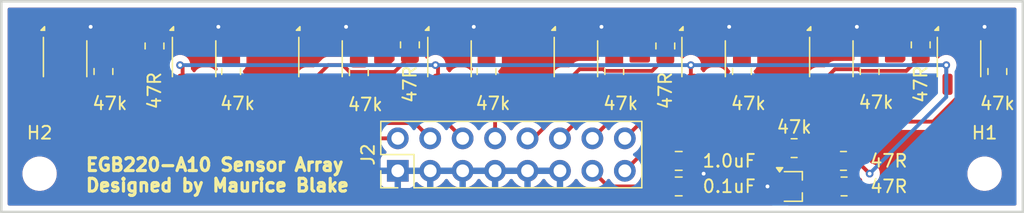
<source format=kicad_pcb>
(kicad_pcb (version 20240108) (generator "pcbnew") (generator_version "8.0")
  (layers (0 "F.Cu" signal) (31 "B.Cu" signal) (34 "B.Paste" user) (35 "F.Paste" user) (36 "B.SilkS" user "B.Silkscreen") (37 "F.SilkS" user "F.Silkscreen") (38 "B.Mask" user) (39 "F.Mask" user) (44 "Edge.Cuts" user))
  (net 0 "")
  (net 1 "GND")
  (net 2 "VCC")
  (net 3 "/S4")
  (net 4 "/S6")
  (net 5 "/SENSOR_LED")
  (net 6 "/S3")
  (net 7 "/S7")
  (net 8 "/S8")
  (net 9 "/S2")
  (net 10 "/S1")
  (net 11 "/S5")
  (net 12 "Net-(Q1-D)")
  (net 13 "Net-(U2-A)")
  (net 14 "Net-(U1-K)")
  (net 15 "Net-(U8-A)")
  (net 16 "Net-(U6-A)")
  (net 17 "Net-(U3-K)")
  (net 18 "Net-(U7-K)")
  (net 19 "Net-(U10-A)")
  (net 20 "Net-(U9-K)")
  (net 21 "Net-(U10-K)")
  (footprint "Resistor_SMD:R_0805_2012Metric" (layer "F.Cu") (at 152 85 90)
    (property "Reference" "R3" (hide yes))
    (property "Value" "47R" (at -3.5 0 90) (layer "F.SilkS"))
    (fp_line (start -0.227064 -0.735) (end 0.227064 -0.735) (stroke (width 0.12)) (layer "F.SilkS"))
    (fp_line (start -0.227064 0.735) (end 0.227064 0.735) (stroke (width 0.12)) (layer "F.SilkS"))
    (pad "1" smd roundrect (at -0.9125 0 90) (size 1.025 1.4) (layers "F.Cu" "F.Paste" "F.Mask") (roundrect_rratio 0.243902) (net 18 "Net-(U7-K)"))
    (pad "2" smd roundrect (at 0.9125 0 90) (size 1.025 1.4) (layers "F.Cu" "F.Paste" "F.Mask") (roundrect_rratio 0.243902) (net 15 "Net-(U8-A)"))
  )
  (footprint "MountingHole:MountingHole_2.2mm_M2" (layer "F.Cu") (at 177 95)
    (property "Reference" "H1" (at 0 -3.2 0) (layer "F.SilkS"))
    (property "Value" "MountingHole" (hide yes))
    (pad "" np_thru_hole circle (at 0 0) (size 2.2 2.2) (drill 2.2) (layers "*.Cu" "*.Mask"))
  )
  (footprint "Resistor_SMD:R_0805_2012Metric" (layer "F.Cu") (at 178 87 -90)
    (property "Reference" "R6" (hide yes))
    (property "Value" "47k" (at 2.5 0 180) (layer "F.SilkS"))
    (fp_line (start -0.227064 0.735) (end 0.227064 0.735) (stroke (width 0.12)) (layer "F.SilkS"))
    (fp_line (start -0.227064 -0.735) (end 0.227064 -0.735) (stroke (width 0.12)) (layer "F.SilkS"))
    (pad "1" smd roundrect (at -0.9125 0 270) (size 1.025 1.4) (layers "F.Cu" "F.Paste" "F.Mask") (roundrect_rratio 0.243902) (net 2 "VCC"))
    (pad "2" smd roundrect (at 0.9125 0 270) (size 1.025 1.4) (layers "F.Cu" "F.Paste" "F.Mask") (roundrect_rratio 0.243902) (net 8 "/S8"))
  )
  (footprint "OptoDevice:OnSemi_CASE100CY" (layer "F.Cu") (at 145 86)
    (property "Reference" "U7" (hide yes))
    (property "Value" "QRE1113GR" (hide yes))
    (fp_line (start -1.7 1.4) (end -1.7 -1.67) (stroke (width 0.12)) (layer "F.SilkS"))
    (fp_line (start 1.7 1.4) (end 1.7 -1.4) (stroke (width 0.12)) (layer "F.SilkS"))
    (fp_poly (pts (xy -1.61 -2.23) (xy -1.89 -2.23) (xy -1.61 -2.51) (xy -1.61 -2.23)) (stroke (width 0.12)) (fill solid) (layer "F.SilkS"))
    (pad "1" smd roundrect (at -0.9 -2) (size 0.79 1.66) (layers "F.Cu" "F.Paste" "F.Mask") (net 2 "VCC"))
    (pad "2" smd roundrect (at -0.9 2) (size 0.79 1.66) (layers "F.Cu" "F.Paste" "F.Mask") (net 18 "Net-(U7-K)"))
    (pad "3" smd roundrect (at 0.9 2) (size 0.79 1.66) (layers "F.Cu" "F.Paste" "F.Mask") (net 11 "/S5"))
    (pad "4" smd roundrect (at 0.9 -2) (size 0.79 1.66) (layers "F.Cu" "F.Paste" "F.Mask") (net 1 "GND"))
  )
  (footprint "Resistor_SMD:R_0805_2012Metric" (layer "F.Cu") (at 162.0875 93 180)
    (property "Reference" "R5" (hide yes))
    (property "Value" "47k" (at 0 1.65 0) (layer "F.SilkS"))
    (fp_line (start -0.227064 0.735) (end 0.227064 0.735) (stroke (width 0.12)) (layer "F.SilkS"))
    (fp_line (start -0.227064 -0.735) (end 0.227064 -0.735) (stroke (width 0.12)) (layer "F.SilkS"))
    (pad "1" smd roundrect (at -0.9125 0 180) (size 1.025 1.4) (layers "F.Cu" "F.Paste" "F.Mask") (roundrect_rratio 0.243902) (net 2 "VCC"))
    (pad "2" smd roundrect (at 0.9125 0 180) (size 1.025 1.4) (layers "F.Cu" "F.Paste" "F.Mask") (roundrect_rratio 0.243902) (net 5 "/SENSOR_LED"))
  )
  (footprint "Resistor_SMD:R_0805_2012Metric" (layer "F.Cu") (at 112 85 90)
    (property "Reference" "R1" (hide yes))
    (property "Value" "47R" (at -3.5 0 90) (layer "F.SilkS"))
    (fp_line (start -0.227064 -0.735) (end 0.227064 -0.735) (stroke (width 0.12)) (layer "F.SilkS"))
    (fp_line (start -0.227064 0.735) (end 0.227064 0.735) (stroke (width 0.12)) (layer "F.SilkS"))
    (pad "1" smd roundrect (at -0.9125 0 90) (size 1.025 1.4) (layers "F.Cu" "F.Paste" "F.Mask") (roundrect_rratio 0.243902) (net 14 "Net-(U1-K)"))
    (pad "2" smd roundrect (at 0.9125 0 90) (size 1.025 1.4) (layers "F.Cu" "F.Paste" "F.Mask") (roundrect_rratio 0.243902) (net 13 "Net-(U2-A)"))
  )
  (footprint "OptoDevice:OnSemi_CASE100CY" (layer "F.Cu") (at 125 86)
    (property "Reference" "U3" (hide yes))
    (property "Value" "QRE1113GR" (hide yes))
    (fp_line (start -1.7 1.4) (end -1.7 -1.67) (stroke (width 0.12)) (layer "F.SilkS"))
    (fp_line (start 1.7 1.4) (end 1.7 -1.4) (stroke (width 0.12)) (layer "F.SilkS"))
    (fp_poly (pts (xy -1.61 -2.23) (xy -1.89 -2.23) (xy -1.61 -2.51) (xy -1.61 -2.23)) (stroke (width 0.12)) (fill solid) (layer "F.SilkS"))
    (pad "1" smd roundrect (at -0.9 -2) (size 0.79 1.66) (layers "F.Cu" "F.Paste" "F.Mask") (net 2 "VCC"))
    (pad "2" smd roundrect (at -0.9 2) (size 0.79 1.66) (layers "F.Cu" "F.Paste" "F.Mask") (net 17 "Net-(U3-K)"))
    (pad "3" smd roundrect (at 0.9 2) (size 0.79 1.66) (layers "F.Cu" "F.Paste" "F.Mask") (net 6 "/S3"))
    (pad "4" smd roundrect (at 0.9 -2) (size 0.79 1.66) (layers "F.Cu" "F.Paste" "F.Mask") (net 1 "GND"))
  )
  (footprint "MountingHole:MountingHole_2.2mm_M2" (layer "F.Cu") (at 103 95)
    (property "Reference" "H2" (at 0 -3.2 0) (layer "F.SilkS"))
    (property "Value" "MountingHole" (hide yes))
    (pad "" np_thru_hole circle (at 0 0) (size 2.2 2.2) (drill 2.2) (layers "*.Cu" "*.Mask"))
  )
  (footprint "OptoDevice:OnSemi_CASE100CY" (layer "F.Cu") (at 115.1 86)
    (property "Reference" "U2" (hide yes))
    (property "Value" "QRE1113GR" (hide yes))
    (fp_line (start -1.7 1.4) (end -1.7 -1.67) (stroke (width 0.12)) (layer "F.SilkS"))
    (fp_line (start 1.7 1.4) (end 1.7 -1.4) (stroke (width 0.12)) (layer "F.SilkS"))
    (fp_poly (pts (xy -1.61 -2.23) (xy -1.89 -2.23) (xy -1.61 -2.51) (xy -1.61 -2.23)) (stroke (width 0.12)) (fill solid) (layer "F.SilkS"))
    (pad "1" smd roundrect (at -0.9 -2) (size 0.79 1.66) (layers "F.Cu" "F.Paste" "F.Mask") (net 13 "Net-(U2-A)"))
    (pad "2" smd roundrect (at -0.9 2) (size 0.79 1.66) (layers "F.Cu" "F.Paste" "F.Mask") (net 21 "Net-(U10-K)"))
    (pad "3" smd roundrect (at 0.9 2) (size 0.79 1.66) (layers "F.Cu" "F.Paste" "F.Mask") (net 9 "/S2"))
    (pad "4" smd roundrect (at 0.9 -2) (size 0.79 1.66) (layers "F.Cu" "F.Paste" "F.Mask") (net 1 "GND"))
  )
  (footprint "Capacitor_SMD:C_0805_2012Metric" (layer "F.Cu") (at 153.05 96 180)
    (property "Reference" "C1" (hide yes))
    (property "Value" "0.1uF" (at -3.95 0.01 0) (layer "F.SilkS"))
    (fp_line (start -0.261252 0.735) (end 0.261252 0.735) (stroke (width 0.12)) (layer "F.SilkS"))
    (fp_line (start -0.261252 -0.735) (end 0.261252 -0.735) (stroke (width 0.12)) (layer "F.SilkS"))
    (pad "1" smd roundrect (at -0.95 0 180) (size 1 1.45) (layers "F.Cu" "F.Paste" "F.Mask") (net 1 "GND"))
    (pad "2" smd roundrect (at 0.95 0 180) (size 1 1.45) (layers "F.Cu" "F.Paste" "F.Mask") (net 2 "VCC"))
  )
  (footprint "OptoDevice:OnSemi_CASE100CY" (layer "F.Cu") (at 105 86)
    (property "Reference" "U1" (hide yes))
    (property "Value" "QRE1113GR" (hide yes))
    (fp_line (start -1.7 1.4) (end -1.7 -1.67) (stroke (width 0.12)) (layer "F.SilkS"))
    (fp_line (start 1.7 1.4) (end 1.7 -1.4) (stroke (width 0.12)) (layer "F.SilkS"))
    (fp_poly (pts (xy -1.61 -2.23) (xy -1.89 -2.23) (xy -1.61 -2.51) (xy -1.61 -2.23)) (stroke (width 0.12)) (fill solid) (layer "F.SilkS"))
    (pad "1" smd roundrect (at -0.9 -2) (size 0.79 1.66) (layers "F.Cu" "F.Paste" "F.Mask") (net 2 "VCC"))
    (pad "2" smd roundrect (at -0.9 2) (size 0.79 1.66) (layers "F.Cu" "F.Paste" "F.Mask") (net 14 "Net-(U1-K)"))
    (pad "3" smd roundrect (at 0.9 2) (size 0.79 1.66) (layers "F.Cu" "F.Paste" "F.Mask") (net 10 "/S1"))
    (pad "4" smd roundrect (at 0.9 -2) (size 0.79 1.66) (layers "F.Cu" "F.Paste" "F.Mask") (net 1 "GND"))
  )
  (footprint "Capacitor_SMD:C_0805_2012Metric" (layer "F.Cu") (at 153.05 94 180)
    (property "Reference" "C2" (hide yes))
    (property "Value" "1.0uF" (at -3.95 0 0) (layer "F.SilkS"))
    (fp_line (start -0.261252 0.735) (end 0.261252 0.735) (stroke (width 0.12)) (layer "F.SilkS"))
    (fp_line (start -0.261252 -0.735) (end 0.261252 -0.735) (stroke (width 0.12)) (layer "F.SilkS"))
    (pad "1" smd roundrect (at -0.95 0 180) (size 1 1.45) (layers "F.Cu" "F.Paste" "F.Mask") (net 1 "GND"))
    (pad "2" smd roundrect (at 0.95 0 180) (size 1 1.45) (layers "F.Cu" "F.Paste" "F.Mask") (net 2 "VCC"))
  )
  (footprint "OptoDevice:OnSemi_CASE100CY" (layer "F.Cu") (at 175 86)
    (property "Reference" "U10" (hide yes))
    (property "Value" "QRE1113GR" (hide yes))
    (fp_line (start -1.7 1.4) (end -1.7 -1.67) (stroke (width 0.12)) (layer "F.SilkS"))
    (fp_line (start 1.7 1.4) (end 1.7 -1.4) (stroke (width 0.12)) (layer "F.SilkS"))
    (fp_poly (pts (xy -1.61 -2.23) (xy -1.89 -2.23) (xy -1.61 -2.51) (xy -1.61 -2.23)) (stroke (width 0.12)) (fill solid) (layer "F.SilkS"))
    (pad "1" smd roundrect (at -0.9 -2) (size 0.79 1.66) (layers "F.Cu" "F.Paste" "F.Mask") (net 19 "Net-(U10-A)"))
    (pad "2" smd roundrect (at -0.9 2) (size 0.79 1.66) (layers "F.Cu" "F.Paste" "F.Mask") (net 21 "Net-(U10-K)"))
    (pad "3" smd roundrect (at 0.9 2) (size 0.79 1.66) (layers "F.Cu" "F.Paste" "F.Mask") (net 8 "/S8"))
    (pad "4" smd roundrect (at 0.9 -2) (size 0.79 1.66) (layers "F.Cu" "F.Paste" "F.Mask") (net 1 "GND"))
  )
  (footprint "Resistor_SMD:R_0805_2012Metric" (layer "F.Cu") (at 172 84.9125 90)
    (property "Reference" "R4" (hide yes))
    (property "Value" "47R" (at -3.0875 0 90) (layer "F.SilkS"))
    (fp_line (start -0.227064 -0.735) (end 0.227064 -0.735) (stroke (width 0.12)) (layer "F.SilkS"))
    (fp_line (start -0.227064 0.735) (end 0.227064 0.735) (stroke (width 0.12)) (layer "F.SilkS"))
    (pad "1" smd roundrect (at -0.9125 0 90) (size 1.025 1.4) (layers "F.Cu" "F.Paste" "F.Mask") (roundrect_rratio 0.243902) (net 20 "Net-(U9-K)"))
    (pad "2" smd roundrect (at 0.9125 0 90) (size 1.025 1.4) (layers "F.Cu" "F.Paste" "F.Mask") (roundrect_rratio 0.243902) (net 19 "Net-(U10-A)"))
  )
  (footprint "Resistor_SMD:R_0805_2012Metric" (layer "F.Cu") (at 165.95 94 180)
    (property "Reference" "R15" (hide yes))
    (property "Value" "47R" (at -3.55 0 0) (layer "F.SilkS"))
    (fp_line (start -0.227064 0.735) (end 0.227064 0.735) (stroke (width 0.12)) (layer "F.SilkS"))
    (fp_line (start -0.227064 -0.735) (end 0.227064 -0.735) (stroke (width 0.12)) (layer "F.SilkS"))
    (pad "1" smd roundrect (at -0.9125 0 180) (size 1.025 1.4) (layers "F.Cu" "F.Paste" "F.Mask") (roundrect_rratio 0.243902) (net 21 "Net-(U10-K)"))
    (pad "2" smd roundrect (at 0.9125 0 180) (size 1.025 1.4) (layers "F.Cu" "F.Paste" "F.Mask") (roundrect_rratio 0.243902) (net 12 "Net-(Q1-D)"))
  )
  (footprint "Resistor_SMD:R_0805_2012Metric" (layer "F.Cu") (at 166 96 180)
    (property "Reference" "R14" (hide yes))
    (property "Value" "47R" (at -3.5 0 0) (layer "F.SilkS"))
    (fp_line (start -0.227064 0.735) (end 0.227064 0.735) (stroke (width 0.12)) (layer "F.SilkS"))
    (fp_line (start -0.227064 -0.735) (end 0.227064 -0.735) (stroke (width 0.12)) (layer "F.SilkS"))
    (pad "1" smd roundrect (at -0.9125 0 180) (size 1.025 1.4) (layers "F.Cu" "F.Paste" "F.Mask") (roundrect_rratio 0.243902) (net 21 "Net-(U10-K)"))
    (pad "2" smd roundrect (at 0.9125 0 180) (size 1.025 1.4) (layers "F.Cu" "F.Paste" "F.Mask") (roundrect_rratio 0.243902) (net 12 "Net-(Q1-D)"))
  )
  (footprint "Resistor_SMD:R_0805_2012Metric" (layer "F.Cu") (at 118 87 -90)
    (property "Reference" "R13" (hide yes))
    (property "Value" "47k" (at 2.5 -0.5 180) (layer "F.SilkS"))
    (fp_line (start -0.227064 0.735) (end 0.227064 0.735) (stroke (width 0.12)) (layer "F.SilkS"))
    (fp_line (start -0.227064 -0.735) (end 0.227064 -0.735) (stroke (width 0.12)) (layer "F.SilkS"))
    (pad "1" smd roundrect (at -0.9125 0 270) (size 1.025 1.4) (layers "F.Cu" "F.Paste" "F.Mask") (roundrect_rratio 0.243902) (net 2 "VCC"))
    (pad "2" smd roundrect (at 0.9125 0 270) (size 1.025 1.4) (layers "F.Cu" "F.Paste" "F.Mask") (roundrect_rratio 0.243902) (net 9 "/S2"))
  )
  (footprint "Package_TO_SOT_SMD:SOT-323_SC-70" (layer "F.Cu") (at 162 96)
    (property "Reference" "Q1" (hide yes))
    (property "Value" "BSS214NW" (hide yes))
    (fp_line (start -0.68 -1.16) (end 0.73 -1.16) (stroke (width 0.12)) (layer "F.SilkS"))
    (fp_line (start -0.68 1.16) (end 0.73 1.16) (stroke (width 0.12)) (layer "F.SilkS"))
    (fp_line (start 0.73 -1.16) (end 0.73 -0.5) (stroke (width 0.12)) (layer "F.SilkS"))
    (fp_line (start 0.73 0.5) (end 0.73 1.16) (stroke (width 0.12)) (layer "F.SilkS"))
    (fp_poly (pts (xy -1.05 -1.14) (xy -1.29 -1.47) (xy -0.81 -1.47) (xy -1.05 -1.14)) (stroke (width 0.12)) (fill solid) (layer "F.SilkS"))
    (pad "1" smd roundrect (at -1 -0.65 270) (size 0.45 0.7) (layers "F.Cu" "F.Paste" "F.Mask") (net 5 "/SENSOR_LED"))
    (pad "2" smd roundrect (at -1 0.65 270) (size 0.45 0.7) (layers "F.Cu" "F.Paste" "F.Mask") (net 1 "GND"))
    (pad "3" smd roundrect (at 1 0 270) (size 0.45 0.7) (layers "F.Cu" "F.Paste" "F.Mask") (net 12 "Net-(Q1-D)"))
  )
  (footprint "Resistor_SMD:R_0805_2012Metric" (layer "F.Cu") (at 132 84.9125 90)
    (property "Reference" "R2" (hide yes))
    (property "Value" "47R" (at -3.0875 0 90) (layer "F.SilkS"))
    (fp_line (start -0.227064 -0.735) (end 0.227064 -0.735) (stroke (width 0.12)) (layer "F.SilkS"))
    (fp_line (start -0.227064 0.735) (end 0.227064 0.735) (stroke (width 0.12)) (layer "F.SilkS"))
    (pad "1" smd roundrect (at -0.9125 0 90) (size 1.025 1.4) (layers "F.Cu" "F.Paste" "F.Mask") (roundrect_rratio 0.243902) (net 17 "Net-(U3-K)"))
    (pad "2" smd roundrect (at 0.9125 0 90) (size 1.025 1.4) (layers "F.Cu" "F.Paste" "F.Mask") (roundrect_rratio 0.243902) (net 16 "Net-(U6-A)"))
  )
  (footprint "OptoDevice:OnSemi_CASE100CY" (layer "F.Cu") (at 165 86)
    (property "Reference" "U9" (hide yes))
    (property "Value" "QRE1113GR" (hide yes))
    (fp_line (start -1.7 1.4) (end -1.7 -1.67) (stroke (width 0.12)) (layer "F.SilkS"))
    (fp_line (start 1.7 1.4) (end 1.7 -1.4) (stroke (width 0.12)) (layer "F.SilkS"))
    (fp_poly (pts (xy -1.61 -2.23) (xy -1.89 -2.23) (xy -1.61 -2.51) (xy -1.61 -2.23)) (stroke (width 0.12)) (fill solid) (layer "F.SilkS"))
    (pad "1" smd roundrect (at -0.9 -2) (size 0.79 1.66) (layers "F.Cu" "F.Paste" "F.Mask") (net 2 "VCC"))
    (pad "2" smd roundrect (at -0.9 2) (size 0.79 1.66) (layers "F.Cu" "F.Paste" "F.Mask") (net 20 "Net-(U9-K)"))
    (pad "3" smd roundrect (at 0.9 2) (size 0.79 1.66) (layers "F.Cu" "F.Paste" "F.Mask") (net 7 "/S7"))
    (pad "4" smd roundrect (at 0.9 -2) (size 0.79 1.66) (layers "F.Cu" "F.Paste" "F.Mask") (net 1 "GND"))
  )
  (footprint "OptoDevice:OnSemi_CASE100CY" (layer "F.Cu") (at 155 86)
    (property "Reference" "U8" (hide yes))
    (property "Value" "QRE1113GR" (hide yes))
    (fp_line (start -1.7 1.4) (end -1.7 -1.67) (stroke (width 0.12)) (layer "F.SilkS"))
    (fp_line (start 1.7 1.4) (end 1.7 -1.4) (stroke (width 0.12)) (layer "F.SilkS"))
    (fp_poly (pts (xy -1.61 -2.23) (xy -1.89 -2.23) (xy -1.61 -2.51) (xy -1.61 -2.23)) (stroke (width 0.12)) (fill solid) (layer "F.SilkS"))
    (pad "1" smd roundrect (at -0.9 -2) (size 0.79 1.66) (layers "F.Cu" "F.Paste" "F.Mask") (net 15 "Net-(U8-A)"))
    (pad "2" smd roundrect (at -0.9 2) (size 0.79 1.66) (layers "F.Cu" "F.Paste" "F.Mask") (net 21 "Net-(U10-K)"))
    (pad "3" smd roundrect (at 0.9 2) (size 0.79 1.66) (layers "F.Cu" "F.Paste" "F.Mask") (net 4 "/S6"))
    (pad "4" smd roundrect (at 0.9 -2) (size 0.79 1.66) (layers "F.Cu" "F.Paste" "F.Mask") (net 1 "GND"))
  )
  (footprint "Connector_PinHeader_2.54mm:PinHeader_2x08_P2.54mm_Vertical" (layer "F.Cu") (at 131.05 94.775 90)
    (property "Reference" "J2" (at 1.27 -2.33 90) (layer "F.SilkS"))
    (property "Value" "8x2 Sensor Connector" (hide yes))
    (fp_line (start 3.87 -1.33) (end 3.87 19.11) (stroke (width 0.12)) (layer "F.SilkS"))
    (fp_line (start 1.27 -1.33) (end 3.87 -1.33) (stroke (width 0.12)) (layer "F.SilkS"))
    (fp_line (start -1.33 -1.33) (end 0 -1.33) (stroke (width 0.12)) (layer "F.SilkS"))
    (fp_line (start -1.33 0) (end -1.33 -1.33) (stroke (width 0.12)) (layer "F.SilkS"))
    (fp_line (start 1.27 1.27) (end 1.27 -1.33) (stroke (width 0.12)) (layer "F.SilkS"))
    (fp_line (start -1.33 1.27) (end 1.27 1.27) (stroke (width 0.12)) (layer "F.SilkS"))
    (fp_line (start -1.33 1.27) (end -1.33 19.11) (stroke (width 0.12)) (layer "F.SilkS"))
    (fp_line (start -1.33 19.11) (end 3.87 19.11) (stroke (width 0.12)) (layer "F.SilkS"))
    (pad "1" thru_hole rect (at 0 0 90) (size 1.7 1.7) (drill 1) (layers "*.Cu" "*.Mask") (net 1 "GND"))
    (pad "2" thru_hole oval (at 2.54 0 90) (size 1.7 1.7) (drill 1) (layers "*.Cu" "*.Mask") (net 10 "/S1"))
    (pad "3" thru_hole oval (at 0 2.54 90) (size 1.7 1.7) (drill 1) (layers "*.Cu" "*.Mask") (net 1 "GND"))
    (pad "4" thru_hole oval (at 2.54 2.54 90) (size 1.7 1.7) (drill 1) (layers "*.Cu" "*.Mask") (net 9 "/S2"))
    (pad "5" thru_hole oval (at 0 5.08 90) (size 1.7 1.7) (drill 1) (layers "*.Cu" "*.Mask") (net 1 "GND"))
    (pad "6" thru_hole oval (at 2.54 5.08 90) (size 1.7 1.7) (drill 1) (layers "*.Cu" "*.Mask") (net 6 "/S3"))
    (pad "7" thru_hole oval (at 0 7.62 90) (size 1.7 1.7) (drill 1) (layers "*.Cu" "*.Mask") (net 1 "GND"))
    (pad "8" thru_hole oval (at 2.54 7.62 90) (size 1.7 1.7) (drill 1) (layers "*.Cu" "*.Mask") (net 3 "/S4"))
    (pad "9" thru_hole oval (at 0 10.16 90) (size 1.7 1.7) (drill 1) (layers "*.Cu" "*.Mask") (net 1 "GND"))
    (pad "10" thru_hole oval (at 2.54 10.16 90) (size 1.7 1.7) (drill 1) (layers "*.Cu" "*.Mask") (net 11 "/S5"))
    (pad "11" thru_hole oval (at 0 12.7 90) (size 1.7 1.7) (drill 1) (layers "*.Cu" "*.Mask") (net 1 "GND"))
    (pad "12" thru_hole oval (at 2.54 12.7 90) (size 1.7 1.7) (drill 1) (layers "*.Cu" "*.Mask") (net 4 "/S6"))
    (pad "13" thru_hole oval (at 0 15.24 90) (size 1.7 1.7) (drill 1) (layers "*.Cu" "*.Mask") (net 2 "VCC"))
    (pad "14" thru_hole oval (at 2.54 15.24 90) (size 1.7 1.7) (drill 1) (layers "*.Cu" "*.Mask") (net 7 "/S7"))
    (pad "15" thru_hole oval (at 0 17.78 90) (size 1.7 1.7) (drill 1) (layers "*.Cu" "*.Mask") (net 5 "/SENSOR_LED"))
    (pad "16" thru_hole oval (at 2.54 17.78 90) (size 1.7 1.7) (drill 1) (layers "*.Cu" "*.Mask") (net 8 "/S8"))
  )
  (footprint "Resistor_SMD:R_0805_2012Metric" (layer "F.Cu") (at 148 87 -90)
    (property "Reference" "R8" (hide yes))
    (property "Value" "47k" (at 2.5 -0.5 180) (layer "F.SilkS"))
    (fp_line (start -0.227064 0.735) (end 0.227064 0.735) (stroke (width 0.12)) (layer "F.SilkS"))
    (fp_line (start -0.227064 -0.735) (end 0.227064 -0.735) (stroke (width 0.12)) (layer "F.SilkS"))
    (pad "1" smd roundrect (at -0.9125 0 270) (size 1.025 1.4) (layers "F.Cu" "F.Paste" "F.Mask") (roundrect_rratio 0.243902) (net 2 "VCC"))
    (pad "2" smd roundrect (at 0.9125 0 270) (size 1.025 1.4) (layers "F.Cu" "F.Paste" "F.Mask") (roundrect_rratio 0.243902) (net 11 "/S5"))
  )
  (footprint "Resistor_SMD:R_0805_2012Metric" (layer "F.Cu") (at 108 87 -90)
    (property "Reference" "R12" (hide yes))
    (property "Value" "47k" (at 2.5 -0.5 180) (layer "F.SilkS"))
    (fp_line (start -0.227064 0.735) (end 0.227064 0.735) (stroke (width 0.12)) (layer "F.SilkS"))
    (fp_line (start -0.227064 -0.735) (end 0.227064 -0.735) (stroke (width 0.12)) (layer "F.SilkS"))
    (pad "1" smd roundrect (at -0.9125 0 270) (size 1.025 1.4) (layers "F.Cu" "F.Paste" "F.Mask") (roundrect_rratio 0.243902) (net 2 "VCC"))
    (pad "2" smd roundrect (at 0.9125 0 270) (size 1.025 1.4) (layers "F.Cu" "F.Paste" "F.Mask") (roundrect_rratio 0.243902) (net 10 "/S1"))
  )
  (footprint "Resistor_SMD:R_0805_2012Metric" (layer "F.Cu") (at 158 87 -90)
    (property "Reference" "R9" (hide yes))
    (property "Value" "47k" (at 2.5 -0.5 180) (layer "F.SilkS"))
    (fp_line (start -0.227064 0.735) (end 0.227064 0.735) (stroke (width 0.12)) (layer "F.SilkS"))
    (fp_line (start -0.227064 -0.735) (end 0.227064 -0.735) (stroke (width 0.12)) (layer "F.SilkS"))
    (pad "1" smd roundrect (at -0.9125 0 270) (size 1.025 1.4) (layers "F.Cu" "F.Paste" "F.Mask") (roundrect_rratio 0.243902) (net 2 "VCC"))
    (pad "2" smd roundrect (at 0.9125 0 270) (size 1.025 1.4) (layers "F.Cu" "F.Paste" "F.Mask") (roundrect_rratio 0.243902) (net 4 "/S6"))
  )
  (footprint "Resistor_SMD:R_0805_2012Metric" (layer "F.Cu") (at 168 87 -90)
    (property "Reference" "R7" (hide yes))
    (property "Value" "47k" (at 2.4125 -0.5 180) (layer "F.SilkS"))
    (fp_line (start -0.227064 0.735) (end 0.227064 0.735) (stroke (width 0.12)) (layer "F.SilkS"))
    (fp_line (start -0.227064 -0.735) (end 0.227064 -0.735) (stroke (width 0.12)) (layer "F.SilkS"))
    (pad "1" smd roundrect (at -0.9125 0 270) (size 1.025 1.4) (layers "F.Cu" "F.Paste" "F.Mask") (roundrect_rratio 0.243902) (net 2 "VCC"))
    (pad "2" smd roundrect (at 0.9125 0 270) (size 1.025 1.4) (layers "F.Cu" "F.Paste" "F.Mask") (roundrect_rratio 0.243902) (net 7 "/S7"))
  )
  (footprint "OptoDevice:OnSemi_CASE100CY" (layer "F.Cu") (at 135.1 86)
    (property "Reference" "U6" (hide yes))
    (property "Value" "QRE1113GR" (hide yes))
    (fp_line (start -1.7 1.4) (end -1.7 -1.67) (stroke (width 0.12)) (layer "F.SilkS"))
    (fp_line (start 1.7 1.4) (end 1.7 -1.4) (stroke (width 0.12)) (layer "F.SilkS"))
    (fp_poly (pts (xy -1.61 -2.23) (xy -1.89 -2.23) (xy -1.61 -2.51) (xy -1.61 -2.23)) (stroke (width 0.12)) (fill solid) (layer "F.SilkS"))
    (pad "1" smd roundrect (at -0.9 -2) (size 0.79 1.66) (layers "F.Cu" "F.Paste" "F.Mask") (net 16 "Net-(U6-A)"))
    (pad "2" smd roundrect (at -0.9 2) (size 0.79 1.66) (layers "F.Cu" "F.Paste" "F.Mask") (net 21 "Net-(U10-K)"))
    (pad "3" smd roundrect (at 0.9 2) (size 0.79 1.66) (layers "F.Cu" "F.Paste" "F.Mask") (net 3 "/S4"))
    (pad "4" smd roundrect (at 0.9 -2) (size 0.79 1.66) (layers "F.Cu" "F.Paste" "F.Mask") (net 1 "GND"))
  )
  (footprint "Resistor_SMD:R_0805_2012Metric" (layer "F.Cu") (at 128 87.0875 -90)
    (property "Reference" "R10" (hide yes))
    (property "Value" "47k" (at 2.5 -0.5 180) (layer "F.SilkS"))
    (fp_line (start -0.227064 0.735) (end 0.227064 0.735) (stroke (width 0.12)) (layer "F.SilkS"))
    (fp_line (start -0.227064 -0.735) (end 0.227064 -0.735) (stroke (width 0.12)) (layer "F.SilkS"))
    (pad "1" smd roundrect (at -0.9125 0 270) (size 1.025 1.4) (layers "F.Cu" "F.Paste" "F.Mask") (roundrect_rratio 0.243902) (net 2 "VCC"))
    (pad "2" smd roundrect (at 0.9125 0 270) (size 1.025 1.4) (layers "F.Cu" "F.Paste" "F.Mask") (roundrect_rratio 0.243902) (net 6 "/S3"))
  )
  (footprint "Resistor_SMD:R_0805_2012Metric" (layer "F.Cu") (at 138 87 -90)
    (property "Reference" "R11" (hide yes))
    (property "Value" "47k" (at 2.5 -0.5 180) (layer "F.SilkS"))
    (fp_line (start -0.227064 0.735) (end 0.227064 0.735) (stroke (width 0.12)) (layer "F.SilkS"))
    (fp_line (start -0.227064 -0.735) (end 0.227064 -0.735) (stroke (width 0.12)) (layer "F.SilkS"))
    (pad "1" smd roundrect (at -0.9125 0 270) (size 1.025 1.4) (layers "F.Cu" "F.Paste" "F.Mask") (roundrect_rratio 0.243902) (net 2 "VCC"))
    (pad "2" smd roundrect (at 0.9125 0 270) (size 1.025 1.4) (layers "F.Cu" "F.Paste" "F.Mask") (roundrect_rratio 0.243902) (net 3 "/S4"))
  )
  (gr_rect (start 100 81.5) (end 180 98) (stroke (width 0.2)) (fill none) (layer "Edge.Cuts"))
  (gr_text "EGB220-A10 Sensor Array\nDesigned by Maurice Blake" (at 106.5 96.5 0) (layer "F.SilkS") (effects (font (size 1 1) (thickness 0.25) (bold yes)) (justify left bottom)))
  (segment (start 157 83.5) (end 156.4 83.5) (width 0.3) (layer "F.Cu") (net 1))
  (segment (start 176.4 83.5) (end 175.9 84) (width 0.3) (layer "F.Cu") (net 1))
  (segment (start 117 83.5) (end 116.5 83.5) (width 0.3) (layer "F.Cu") (net 1))
  (segment (start 166.4 83.5) (end 165.9 84) (width 0.3) (layer "F.Cu") (net 1))
  (segment (start 116.5 83.5) (end 116 84) (width 0.3) (layer "F.Cu") (net 1))
  (segment (start 127 83.5) (end 126.4 83.5) (width 0.3) (layer "F.Cu") (net 1))
  (segment (start 136.5 83.5) (end 136 84) (width 0.3) (layer "F.Cu") (net 1))
  (segment (start 107 83.5) (end 106.4 83.5) (width 0.3) (layer "F.Cu") (net 1))
  (segment (start 167 83.5) (end 166.4 83.5) (width 0.3) (layer "F.Cu") (net 1))
  (segment (start 160.65 96.65) (end 161 96.65) (width 0.3) (layer "F.Cu") (net 1))
  (segment (start 154 94) (end 154 96) (width 0.3) (layer "F.Cu") (net 1))
  (segment (start 156.4 83.5) (end 155.9 84) (width 0.3) (layer "F.Cu") (net 1))
  (segment (start 137 83.5) (end 136.5 83.5) (width 0.3) (layer "F.Cu") (net 1))
  (segment (start 146.4 83.5) (end 145.9 84) (width 0.3) (layer "F.Cu") (net 1))
  (segment (start 106.4 83.5) (end 105.9 84) (width 0.3) (layer "F.Cu") (net 1))
  (segment (start 177 83.5) (end 176.4 83.5) (width 0.3) (layer "F.Cu") (net 1))
  (segment (start 155 95) (end 154 96) (width 0.3) (layer "F.Cu") (net 1))
  (segment (start 126.4 83.5) (end 125.9 84) (width 0.3) (layer "F.Cu") (net 1))
  (segment (start 147 83.5) (end 146.4 83.5) (width 0.3) (layer "F.Cu") (net 1))
  (segment (start 160 96) (end 160.65 96.65) (width 0.3) (layer "F.Cu") (net 1))
  (via (at 137 83.5) (size 0.6) (drill 0.3) (layers "F.Cu" "B.Cu") (net 1))
  (via (at 155 95) (size 0.6) (drill 0.3) (layers "F.Cu" "B.Cu") (net 1))
  (via (at 167 83.5) (size 0.6) (drill 0.3) (layers "F.Cu" "B.Cu") (net 1))
  (via (at 157 83.5) (size 0.6) (drill 0.3) (layers "F.Cu" "B.Cu") (net 1))
  (via (at 177 83.5) (size 0.6) (drill 0.3) (layers "F.Cu" "B.Cu") (net 1))
  (via (at 147 83.5) (size 0.6) (drill 0.3) (layers "F.Cu" "B.Cu") (net 1))
  (via (at 127 83.5) (size 0.6) (drill 0.3) (layers "F.Cu" "B.Cu") (net 1))
  (via (at 107 83.5) (size 0.6) (drill 0.3) (layers "F.Cu" "B.Cu") (net 1))
  (via (at 117 83.5) (size 0.6) (drill 0.3) (layers "F.Cu" "B.Cu") (net 1))
  (via (at 160 96) (size 0.6) (drill 0.3) (layers "F.Cu" "B.Cu") (net 1))
  (segment (start 142.92 82.82) (end 144.1 84) (width 0.3) (layer "F.Cu") (net 2))
  (segment (start 158 86.0875) (end 158 83.580761) (width 0.3) (layer "F.Cu") (net 2))
  (segment (start 108 86.0875) (end 108 83.580761) (width 0.3) (layer "F.Cu") (net 2))
  (segment (start 104.1 84) (end 103.1 83) (width 0.3) (layer "F.Cu") (net 2))
  (segment (start 128 86.175) (end 128 83.580761) (width 0.3) (layer "F.Cu") (net 2))
  (segment (start 168 83.580761) (end 168 86.0875) (width 0.3) (layer "F.Cu") (net 2))
  (segment (start 138 86.0875) (end 138 83.580761) (width 0.3) (layer "F.Cu") (net 2))
  (segment (start 103.1 83) (end 102.5 83) (width 0.3) (layer "F.Cu") (net 2))
  (segment (start 164 92) (end 164.5 92) (width 0.3) (layer "F.Cu") (net 2))
  (segment (start 152.1 94) (end 152.1 96) (width 0.3) (layer "F.Cu") (net 2))
  (segment (start 118 86.0875) (end 118 83.580761) (width 0.3) (layer "F.Cu") (net 2))
  (segment (start 148 86.0875) (end 148 83.580761) (width 0.3) (layer "F.Cu") (net 2))
  (segment (start 163 93) (end 164 92) (width 0.3) (layer "F.Cu") (net 2))
  (segment (start 146.29 94.775) (end 147.515 96) (width 0.3) (layer "F.Cu") (net 2))
  (segment (start 122.92 82.82) (end 124.1 84) (width 0.3) (layer "F.Cu") (net 2))
  (segment (start 147.515 96) (end 152.1 96) (width 0.3) (layer "F.Cu") (net 2))
  (segment (start 162.92 82.82) (end 164.1 84) (width 0.3) (layer "F.Cu") (net 2))
  (segment (start 178 86.0875) (end 178 85) (width 0.3) (layer "F.Cu") (net 2))
  (segment (start 138.67 89.17) (end 138.67 92.235) (width 0.3) (layer "F.Cu") (net 3))
  (segment (start 138 87.9125) (end 138 88.5) (width 0.3) (layer "F.Cu") (net 3))
  (segment (start 137.9125 88) (end 138 87.9125) (width 0.3) (layer "F.Cu") (net 3))
  (segment (start 136 88) (end 137.9125 88) (width 0.3) (layer "F.Cu") (net 3))
  (segment (start 138 88.5) (end 138.67 89.17) (width 0.3) (layer "F.Cu") (net 3))
  (segment (start 157.9125 88) (end 158 87.9125) (width 0.3) (layer "F.Cu") (net 4))
  (segment (start 155.9 88) (end 157.9125 88) (width 0.3) (layer "F.Cu") (net 4))
  (segment (start 146.805 89.18) (end 143.75 92.235) (width 0.3) (layer "F.Cu") (net 4))
  (segment (start 155.9 88) (end 154.72 89.18) (width 0.3) (layer "F.Cu") (net 4))
  (segment (start 154.72 89.18) (end 146.805 89.18) (width 0.3) (layer "F.Cu") (net 4))
  (segment (start 160.5 91.5) (end 161.175 92.175) (width 0.3) (layer "F.Cu") (net 5))
  (segment (start 148.83 94.775) (end 152.105 91.5) (width 0.3) (layer "F.Cu") (net 5))
  (segment (start 161.175 92.175) (end 161.175 93) (width 0.3) (layer "F.Cu") (net 5))
  (segment (start 152.105 91.5) (end 160.5 91.5) (width 0.3) (layer "F.Cu") (net 5))
  (segment (start 161.175 95.175) (end 161 95.35) (width 0.3) (layer "F.Cu") (net 5))
  (segment (start 161.175 93) (end 161.175 95.175) (width 0.3) (layer "F.Cu") (net 5))
  (segment (start 128.5 88.5) (end 132.395 88.5) (width 0.3) (layer "F.Cu") (net 6))
  (segment (start 132.395 88.5) (end 136.13 92.235) (width 0.3) (layer "F.Cu") (net 6))
  (segment (start 125.9 88) (end 128 88) (width 0.3) (layer "F.Cu") (net 6))
  (segment (start 128 88) (end 128.5 88.5) (width 0.3) (layer "F.Cu") (net 6))
  (segment (start 165.9 88) (end 167.9125 88) (width 0.3) (layer "F.Cu") (net 7))
  (segment (start 163.9 90) (end 148.5 90) (width 0.3) (layer "F.Cu") (net 7))
  (segment (start 167.9125 88) (end 168 87.9125) (width 0.3) (layer "F.Cu") (net 7))
  (segment (start 148.5 90.025) (end 146.29 92.235) (width 0.3) (layer "F.Cu") (net 7))
  (segment (start 148.5 90) (end 148.5 90.025) (width 0.3) (layer "F.Cu") (net 7))
  (segment (start 165.9 88) (end 163.9 90) (width 0.3) (layer "F.Cu") (net 7))
  (segment (start 175.9 88) (end 172.975 90.925) (width 0.3) (layer "F.Cu") (net 8))
  (segment (start 150.14 90.925) (end 148.83 92.235) (width 0.3) (layer "F.Cu") (net 8))
  (segment (start 175.9 88) (end 177.9125 88) (width 0.3) (layer "F.Cu") (net 8))
  (segment (start 172.975 90.925) (end 150.14 90.925) (width 0.3) (layer "F.Cu") (net 8))
  (segment (start 177.9125 88) (end 178 87.9125) (width 0.3) (layer "F.Cu") (net 8))
  (segment (start 132.39 91.035) (end 133.59 92.235) (width 0.3) (layer "F.Cu") (net 9))
  (segment (start 117.9125 88) (end 118 87.9125) (width 0.3) (layer "F.Cu") (net 9))
  (segment (start 116 88) (end 117.9125 88) (width 0.3) (layer "F.Cu") (net 9))
  (segment (start 121.1225 91.035) (end 132.39 91.035) (width 0.3) (layer "F.Cu") (net 9))
  (segment (start 118 87.9125) (end 121.1225 91.035) (width 0.3) (layer "F.Cu") (net 9))
  (segment (start 105.9 88) (end 107.9125 88) (width 0.3) (layer "F.Cu") (net 10))
  (segment (start 107.9125 88) (end 108 87.9125) (width 0.3) (layer "F.Cu") (net 10))
  (segment (start 108 87.9125) (end 112.3225 92.235) (width 0.3) (layer "F.Cu") (net 10))
  (segment (start 112.3225 92.235) (end 131.05 92.235) (width 0.3) (layer "F.Cu") (net 10))
  (segment (start 147.9125 88) (end 148 87.9125) (width 0.3) (layer "F.Cu") (net 11))
  (segment (start 145.9 88) (end 147.9125 88) (width 0.3) (layer "F.Cu") (net 11))
  (segment (start 141.665 92.235) (end 141.21 92.235) (width 0.3) (layer "F.Cu") (net 11))
  (segment (start 145.9 88) (end 141.665 92.235) (width 0.3) (layer "F.Cu") (net 11))
  (segment (start 165.0375 94) (end 165.0375 95.95) (width 0.3) (layer "F.Cu") (net 12))
  (segment (start 165.0375 95.95) (end 165.0875 96) (width 0.3) (layer "F.Cu") (net 12))
  (segment (start 163 96) (end 165.0875 96) (width 0.3) (layer "F.Cu") (net 12))
  (segment (start 114.1125 84.0875) (end 114.2 84) (width 0.3) (layer "F.Cu") (net 13))
  (segment (start 112 84.0875) (end 114.1125 84.0875) (width 0.3) (layer "F.Cu") (net 13))
  (segment (start 106.82 86.82) (end 106.95 86.95) (width 0.3) (layer "F.Cu") (net 14))
  (segment (start 110.9625 86.95) (end 112 85.9125) (width 0.3) (layer "F.Cu") (net 14))
  (segment (start 105.28 86.82) (end 106.82 86.82) (width 0.3) (layer "F.Cu") (net 14))
  (segment (start 106.95 86.95) (end 110.9625 86.95) (width 0.3) (layer "F.Cu") (net 14))
  (segment (start 104.1 88) (end 105.28 86.82) (width 0.3) (layer "F.Cu") (net 14))
  (segment (start 154.0125 84.0875) (end 154.1 84) (width 0.3) (layer "F.Cu") (net 15))
  (segment (start 152 84.0875) (end 154.0125 84.0875) (width 0.3) (layer "F.Cu") (net 15))
  (segment (start 132 84) (end 134.2 84) (width 0.3) (layer "F.Cu") (net 16))
  (segment (start 125.6 86.5) (end 126.757044 86.5) (width 0.3) (layer "F.Cu") (net 17))
  (segment (start 127.294544 87.0375) (end 130.7875 87.0375) (width 0.3) (layer "F.Cu") (net 17))
  (segment (start 130.7875 87.0375) (end 132 85.825) (width 0.3) (layer "F.Cu") (net 17))
  (segment (start 126.757044 86.5) (end 127.294544 87.0375) (width 0.3) (layer "F.Cu") (net 17))
  (segment (start 124.1 88) (end 125.6 86.5) (width 0.3) (layer "F.Cu") (net 17))
  (segment (start 144.1 88) (end 145.28 86.82) (width 0.3) (layer "F.Cu") (net 18))
  (segment (start 150.9625 86.95) (end 152 85.9125) (width 0.3) (layer "F.Cu") (net 18))
  (segment (start 145.28 86.82) (end 147.164544 86.82) (width 0.3) (layer "F.Cu") (net 18))
  (segment (start 147.164544 86.82) (end 147.294544 86.95) (width 0.3) (layer "F.Cu") (net 18))
  (segment (start 147.294544 86.95) (end 150.9625 86.95) (width 0.3) (layer "F.Cu") (net 18))
  (segment (start 172 84) (end 174.1 84) (width 0.3) (layer "F.Cu") (net 19))
  (segment (start 165.28 86.82) (end 167.164544 86.82) (width 0.3) (layer "F.Cu") (net 20))
  (segment (start 164.1 88) (end 165.28 86.82) (width 0.3) (layer "F.Cu") (net 20))
  (segment (start 167.164544 86.82) (end 167.294544 86.95) (width 0.3) (layer "F.Cu") (net 20))
  (segment (start 170.875 86.95) (end 172 85.825) (width 0.3) (layer "F.Cu") (net 20))
  (segment (start 167.294544 86.95) (end 170.875 86.95) (width 0.3) (layer "F.Cu") (net 20))
  (segment (start 134.2 86.7) (end 134 86.5) (width 0.3) (layer "F.Cu") (net 21))
  (segment (start 154 87.9) (end 154.1 88) (width 0.3) (layer "F.Cu") (net 21))
  (segment (start 166.8625 94) (end 167 94) (width 0.3) (layer "F.Cu") (net 21))
  (segment (start 166.9125 96) (end 166.9125 94.05) (width 0.3) (layer "F.Cu") (net 21))
  (segment (start 134.2 88) (end 134.2 86.7) (width 0.3) (layer "F.Cu") (net 21))
  (segment (start 174 87.9) (end 174.1 88) (width 0.3) (layer "F.Cu") (net 21))
  (segment (start 167 94) (end 168 95) (width 0.3) (layer "F.Cu") (net 21))
  (segment (start 154 86.5) (end 154 87.9) (width 0.3) (layer "F.Cu") (net 21))
  (segment (start 114.2 88) (end 114.2 86.7) (width 0.3) (layer "F.Cu") (net 21))
  (segment (start 114.2 88) (end 114.2 87.219239) (width 0.3) (layer "F.Cu") (net 21))
  (segment (start 174 86.5) (end 174 87.9) (width 0.3) (layer "F.Cu") (net 21))
  (segment (start 166.9125 94.05) (end 166.8625 94) (width 0.3) (layer "F.Cu") (net 21))
  (segment (start 114.2 86.7) (end 114 86.5) (width 0.3) (layer "F.Cu") (net 21))
  (via (at 174 86.5) (size 0.6) (drill 0.3) (layers "F.Cu" "B.Cu") (net 21))
  (via (at 154 86.5) (size 0.6) (drill 0.3) (layers "F.Cu" "B.Cu") (net 21))
  (via (at 168 95) (size 0.6) (drill 0.3) (layers "F.Cu" "B.Cu") (net 21))
  (via (at 114 86.5) (size 0.6) (drill 0.3) (layers "F.Cu" "B.Cu") (net 21))
  (via (at 134 86.5) (size 0.6) (drill 0.3) (layers "F.Cu" "B.Cu") (net 21))
  (segment (start 174 89) (end 174 86.5) (width 0.3) (layer "B.Cu") (net 21))
  (segment (start 134 86.5) (end 114 86.5) (width 0.3) (layer "B.Cu") (net 21))
  (segment (start 168 95) (end 174 89) (width 0.3) (layer "B.Cu") (net 21))
  (segment (start 174 86.5) (end 154 86.5) (width 0.3) (layer "B.Cu") (net 21))
  (segment (start 154 86.5) (end 134 86.5) (width 0.3) (layer "B.Cu") (net 21))
  (zone (net 2) (net_name "VCC") (layer "F.Cu") (priority 1) (connect_pads no (clearance 0.5)) (min_thickness 0.25) (fill yes (thermal_gap 0.5) (thermal_bridge_width 0.5))
    (polygon (pts (xy 100.5 82) (xy 179.5 82) (xy 179.5 97.5) (xy 100.5 97.5)))
  )
  (zone (net 1) (net_name "GND") (layer "B.Cu") (connect_pads (clearance 0.5)) (min_thickness 0.25) (fill yes (thermal_gap 0.5) (thermal_bridge_width 0.5))
    (polygon (pts (xy 179.5 82) (xy 179.5 97.5) (xy 100.5 97.5) (xy 100.5 82)))
  )
)
</source>
